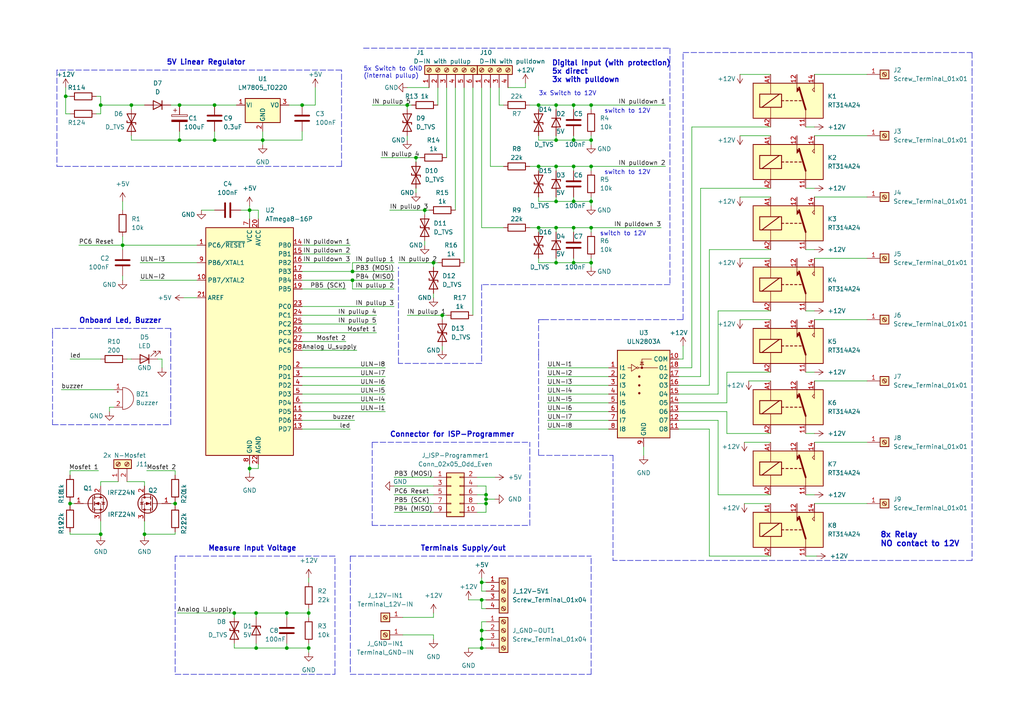
<source format=kicad_sch>
(kicad_sch (version 20211123) (generator eeschema)
  (paper "A4")
  (junction (at 166.37 30.48))
  (junction (at 102.235 78.74))
  (junction (at 166.37 40.64))
  (junction (at 139.7 173.99))
  (junction (at 76.2 40.64))
  (junction (at 139.7 182.88))
  (junction (at 171.45 30.48))
  (junction (at 171.45 58.42))
  (junction (at 161.29 76.2))
  (junction (at 171.45 76.2))
  (junction (at 87.63 30.48))
  (junction (at 118.11 30.48))
  (junction (at 128.27 91.44))
  (junction (at 83.185 187.96))
  (junction (at 41.91 154.94))
  (junction (at 89.535 187.96))
  (junction (at 156.21 48.26))
  (junction (at 166.37 58.42))
  (junction (at 140.97 146.05))
  (junction (at 20.32 146.05))
  (junction (at 74.295 177.8))
  (junction (at 161.29 40.64))
  (junction (at 50.8 146.05))
  (junction (at 29.21 30.48))
  (junction (at 161.29 48.26))
  (junction (at 161.29 30.48))
  (junction (at 120.65 45.72))
  (junction (at 83.185 177.8))
  (junction (at 171.45 66.04))
  (junction (at 19.05 27.94))
  (junction (at 62.23 30.48))
  (junction (at 139.7 185.42))
  (junction (at 67.945 177.8))
  (junction (at 156.21 30.48))
  (junction (at 171.45 48.26))
  (junction (at 156.21 66.04))
  (junction (at 139.7 187.96))
  (junction (at 161.29 58.42))
  (junction (at 74.295 187.96))
  (junction (at 125.73 76.2))
  (junction (at 166.37 66.04))
  (junction (at 52.07 40.64))
  (junction (at 89.535 177.8))
  (junction (at 171.45 40.64))
  (junction (at 161.29 66.04))
  (junction (at 38.1 30.48))
  (junction (at 62.23 40.64))
  (junction (at 140.97 143.51))
  (junction (at 72.39 135.89))
  (junction (at 52.07 30.48))
  (junction (at 139.7 168.91))
  (junction (at 102.235 81.28))
  (junction (at 166.37 48.26))
  (junction (at 166.37 76.2))
  (junction (at 140.97 144.78))
  (junction (at 35.56 71.12))
  (junction (at 123.19 60.96))
  (junction (at 72.39 60.96))
  (junction (at 29.21 154.94))
  (wire (pts (xy 156.21 48.26) (xy 161.29 48.26)))
  (wire (pts (xy 91.44 30.48) (xy 87.63 30.48)))
  (wire (pts (xy 89.535 177.8) (xy 89.535 179.07)))
  (wire (pts (xy 87.63 88.9) (xy 114.3 88.9)))
  (wire (pts (xy 233.68 36.83) (xy 236.22 36.83)))
  (wire (pts (xy 171.45 30.48) (xy 171.45 31.75)))
  (wire (pts (xy 38.1 39.37) (xy 38.1 40.64)))
  (wire (pts (xy 161.29 66.04) (xy 166.37 66.04)))
  (wire (pts (xy 166.37 66.04) (xy 171.45 66.04)))
  (wire (pts (xy 125.73 184.15) (xy 125.73 185.42)))
  (wire (pts (xy 123.19 62.23) (xy 123.19 60.96)))
  (wire (pts (xy 38.1 40.64) (xy 52.07 40.64)))
  (wire (pts (xy 40.64 81.28) (xy 57.15 81.28)))
  (wire (pts (xy 50.8 146.05) (xy 49.53 146.05)))
  (wire (pts (xy 58.42 60.96) (xy 62.23 60.96)))
  (wire (pts (xy 35.56 58.42) (xy 35.56 60.96)))
  (wire (pts (xy 50.8 154.305) (xy 50.8 154.94)))
  (polyline (pts (xy 115.57 105.41) (xy 115.57 77.47)))
  (wire (pts (xy 140.97 187.96) (xy 139.7 187.96)))
  (wire (pts (xy 139.7 171.45) (xy 139.7 168.91)))
  (wire (pts (xy 200.66 106.68) (xy 200.66 36.83)))
  (wire (pts (xy 214.63 74.93) (xy 223.52 74.93)))
  (wire (pts (xy 87.63 96.52) (xy 109.22 96.52)))
  (wire (pts (xy 171.45 48.26) (xy 171.45 49.53)))
  (wire (pts (xy 217.17 110.49) (xy 223.52 110.49)))
  (wire (pts (xy 161.29 58.42) (xy 166.37 58.42)))
  (wire (pts (xy 31.75 118.11) (xy 33.02 118.11)))
  (wire (pts (xy 140.97 140.97) (xy 140.97 143.51)))
  (wire (pts (xy 102.235 81.28) (xy 102.235 83.82)))
  (wire (pts (xy 140.97 144.78) (xy 140.97 143.51)))
  (wire (pts (xy 214.63 39.37) (xy 223.52 39.37)))
  (wire (pts (xy 158.75 114.3) (xy 176.53 114.3)))
  (wire (pts (xy 236.22 110.49) (xy 251.46 110.49)))
  (wire (pts (xy 87.63 83.82) (xy 100.33 83.82)))
  (wire (pts (xy 233.68 90.17) (xy 236.22 90.17)))
  (wire (pts (xy 62.23 40.64) (xy 76.2 40.64)))
  (wire (pts (xy 205.74 161.29) (xy 223.52 161.29)))
  (polyline (pts (xy 156.21 102.87) (xy 156.21 132.08)))
  (wire (pts (xy 45.72 104.14) (xy 46.99 104.14)))
  (wire (pts (xy 203.2 54.61) (xy 223.52 54.61)))
  (wire (pts (xy 166.37 66.04) (xy 166.37 67.31)))
  (wire (pts (xy 161.29 40.64) (xy 166.37 40.64)))
  (wire (pts (xy 35.56 80.01) (xy 35.56 81.28)))
  (polyline (pts (xy 198.12 15.24) (xy 281.94 15.24)))
  (wire (pts (xy 140.97 146.05) (xy 140.97 144.78)))
  (wire (pts (xy 236.22 74.93) (xy 251.46 74.93)))
  (wire (pts (xy 74.295 186.69) (xy 74.295 187.96)))
  (wire (pts (xy 142.24 48.26) (xy 146.05 48.26)))
  (wire (pts (xy 214.63 57.15) (xy 223.52 57.15)))
  (wire (pts (xy 114.3 138.43) (xy 125.73 138.43)))
  (wire (pts (xy 120.65 46.99) (xy 120.65 45.72)))
  (wire (pts (xy 20.32 154.305) (xy 20.32 154.94)))
  (wire (pts (xy 29.21 33.02) (xy 29.21 30.48)))
  (wire (pts (xy 120.65 54.61) (xy 120.65 55.88)))
  (wire (pts (xy 156.21 30.48) (xy 156.21 31.75)))
  (wire (pts (xy 161.29 76.2) (xy 166.37 76.2)))
  (wire (pts (xy 139.7 185.42) (xy 140.97 185.42)))
  (wire (pts (xy 27.94 33.02) (xy 29.21 33.02)))
  (wire (pts (xy 140.97 148.59) (xy 140.97 146.05)))
  (wire (pts (xy 52.07 30.48) (xy 62.23 30.48)))
  (wire (pts (xy 186.69 129.54) (xy 186.69 132.08)))
  (wire (pts (xy 156.21 76.2) (xy 161.29 76.2)))
  (wire (pts (xy 140.97 144.78) (xy 143.51 144.78)))
  (wire (pts (xy 166.37 58.42) (xy 171.45 58.42)))
  (wire (pts (xy 29.21 151.13) (xy 29.21 154.94)))
  (wire (pts (xy 87.63 114.3) (xy 111.76 114.3)))
  (wire (pts (xy 74.93 63.5) (xy 74.93 60.96)))
  (wire (pts (xy 196.85 106.68) (xy 200.66 106.68)))
  (wire (pts (xy 153.67 48.26) (xy 156.21 48.26)))
  (wire (pts (xy 87.63 38.1) (xy 87.63 40.64)))
  (polyline (pts (xy 156.21 92.71) (xy 157.48 92.71)))
  (wire (pts (xy 138.43 146.05) (xy 140.97 146.05)))
  (wire (pts (xy 52.07 38.1) (xy 52.07 40.64)))
  (polyline (pts (xy 281.94 162.56) (xy 177.8 162.56)))
  (polyline (pts (xy 97.155 195.58) (xy 97.155 161.29)))
  (wire (pts (xy 41.91 151.13) (xy 41.91 154.94)))
  (wire (pts (xy 138.43 140.97) (xy 140.97 140.97)))
  (wire (pts (xy 19.05 27.94) (xy 20.32 27.94)))
  (wire (pts (xy 161.29 58.42) (xy 161.29 57.15)))
  (wire (pts (xy 139.7 173.99) (xy 135.89 173.99)))
  (polyline (pts (xy 194.31 13.97) (xy 194.31 16.51)))
  (polyline (pts (xy 16.51 48.26) (xy 72.39 48.26)))
  (wire (pts (xy 166.37 76.2) (xy 166.37 74.93)))
  (wire (pts (xy 76.2 40.64) (xy 87.63 40.64)))
  (wire (pts (xy 102.235 81.28) (xy 114.3 81.28)))
  (wire (pts (xy 51.435 177.8) (xy 67.945 177.8)))
  (wire (pts (xy 53.34 86.36) (xy 57.15 86.36)))
  (wire (pts (xy 87.63 111.76) (xy 111.76 111.76)))
  (wire (pts (xy 67.945 187.96) (xy 74.295 187.96)))
  (polyline (pts (xy 15.24 95.25) (xy 15.24 96.52)))
  (wire (pts (xy 118.11 30.48) (xy 119.38 30.48)))
  (polyline (pts (xy 281.94 15.24) (xy 281.94 20.32)))
  (wire (pts (xy 161.29 66.04) (xy 161.29 67.31)))
  (wire (pts (xy 107.95 30.48) (xy 118.11 30.48)))
  (wire (pts (xy 29.21 140.97) (xy 29.21 139.7)))
  (wire (pts (xy 144.78 25.4) (xy 144.78 30.48)))
  (wire (pts (xy 50.8 154.94) (xy 41.91 154.94)))
  (wire (pts (xy 215.9 128.27) (xy 223.52 128.27)))
  (wire (pts (xy 208.28 143.51) (xy 223.52 143.51)))
  (polyline (pts (xy 15.24 123.19) (xy 49.53 123.19)))
  (wire (pts (xy 156.21 74.93) (xy 156.21 76.2)))
  (wire (pts (xy 87.63 71.12) (xy 101.6 71.12)))
  (wire (pts (xy 166.37 76.2) (xy 171.45 76.2)))
  (wire (pts (xy 158.75 111.76) (xy 176.53 111.76)))
  (wire (pts (xy 102.235 76.2) (xy 102.235 78.74)))
  (wire (pts (xy 205.74 111.76) (xy 205.74 72.39)))
  (wire (pts (xy 158.75 124.46) (xy 176.53 124.46)))
  (wire (pts (xy 138.43 148.59) (xy 140.97 148.59)))
  (wire (pts (xy 171.45 48.26) (xy 193.04 48.26)))
  (wire (pts (xy 87.63 81.28) (xy 102.235 81.28)))
  (wire (pts (xy 139.7 185.42) (xy 139.7 182.88)))
  (wire (pts (xy 125.73 77.47) (xy 125.73 76.2)))
  (wire (pts (xy 67.945 177.8) (xy 74.295 177.8)))
  (wire (pts (xy 125.73 76.2) (xy 127 76.2)))
  (wire (pts (xy 196.85 109.22) (xy 203.2 109.22)))
  (polyline (pts (xy 153.67 152.4) (xy 153.67 128.27)))
  (wire (pts (xy 46.99 104.14) (xy 46.99 106.68)))
  (wire (pts (xy 171.45 66.04) (xy 191.77 66.04)))
  (wire (pts (xy 87.63 76.2) (xy 101.6 76.2)))
  (wire (pts (xy 138.43 138.43) (xy 143.51 138.43)))
  (wire (pts (xy 214.63 21.59) (xy 223.52 21.59)))
  (wire (pts (xy 20.32 104.14) (xy 29.21 104.14)))
  (wire (pts (xy 87.63 78.74) (xy 102.235 78.74)))
  (wire (pts (xy 20.32 145.415) (xy 20.32 146.05)))
  (wire (pts (xy 91.44 25.4) (xy 91.44 30.48)))
  (wire (pts (xy 208.28 90.17) (xy 208.28 114.3)))
  (wire (pts (xy 158.75 109.22) (xy 176.53 109.22)))
  (wire (pts (xy 62.23 38.1) (xy 62.23 40.64)))
  (wire (pts (xy 171.45 30.48) (xy 193.04 30.48)))
  (wire (pts (xy 166.37 40.64) (xy 166.37 39.37)))
  (wire (pts (xy 102.235 78.74) (xy 114.3 78.74)))
  (wire (pts (xy 161.29 30.48) (xy 166.37 30.48)))
  (wire (pts (xy 214.63 92.71) (xy 223.52 92.71)))
  (wire (pts (xy 198.12 100.33) (xy 198.12 104.14)))
  (wire (pts (xy 110.49 45.72) (xy 120.65 45.72)))
  (wire (pts (xy 139.7 180.34) (xy 139.7 182.88)))
  (polyline (pts (xy 107.95 152.4) (xy 153.67 152.4)))
  (polyline (pts (xy 105.41 13.97) (xy 194.31 13.97)))
  (wire (pts (xy 236.22 128.27) (xy 251.46 128.27)))
  (wire (pts (xy 72.39 60.96) (xy 72.39 63.5)))
  (wire (pts (xy 233.68 125.73) (xy 236.22 125.73)))
  (polyline (pts (xy 107.95 128.27) (xy 107.95 152.4)))
  (wire (pts (xy 29.21 154.94) (xy 29.21 155.575)))
  (wire (pts (xy 138.43 143.51) (xy 140.97 143.51)))
  (wire (pts (xy 139.7 168.91) (xy 140.97 168.91)))
  (wire (pts (xy 35.56 71.12) (xy 57.15 71.12)))
  (wire (pts (xy 158.75 106.68) (xy 176.53 106.68)))
  (polyline (pts (xy 101.6 161.29) (xy 171.45 161.29)))
  (wire (pts (xy 114.3 140.97) (xy 125.73 140.97)))
  (wire (pts (xy 67.945 186.69) (xy 67.945 187.96)))
  (wire (pts (xy 89.535 187.96) (xy 89.535 189.23)))
  (wire (pts (xy 236.22 57.15) (xy 251.46 57.15)))
  (wire (pts (xy 42.545 136.525) (xy 50.8 136.525)))
  (wire (pts (xy 152.4 25.4) (xy 147.32 25.4)))
  (wire (pts (xy 166.37 40.64) (xy 171.45 40.64)))
  (polyline (pts (xy 157.48 92.71) (xy 198.12 92.71)))
  (polyline (pts (xy 194.31 82.55) (xy 139.7 82.55)))
  (wire (pts (xy 153.67 30.48) (xy 156.21 30.48)))
  (wire (pts (xy 135.89 187.96) (xy 139.7 187.96)))
  (polyline (pts (xy 99.06 20.32) (xy 16.51 20.32)))
  (wire (pts (xy 89.535 186.69) (xy 89.535 187.96)))
  (wire (pts (xy 50.8 136.525) (xy 50.8 137.795)))
  (polyline (pts (xy 139.7 82.55) (xy 139.7 105.41)))
  (wire (pts (xy 74.93 134.62) (xy 74.93 135.89)))
  (polyline (pts (xy 101.6 161.29) (xy 101.6 195.58)))
  (wire (pts (xy 50.8 146.05) (xy 50.8 146.685)))
  (polyline (pts (xy 156.21 132.08) (xy 177.8 132.08)))
  (wire (pts (xy 139.7 173.99) (xy 140.97 173.99)))
  (wire (pts (xy 156.21 30.48) (xy 161.29 30.48)))
  (wire (pts (xy 196.85 124.46) (xy 205.74 124.46)))
  (wire (pts (xy 115.57 76.2) (xy 125.73 76.2)))
  (polyline (pts (xy 50.8 161.29) (xy 50.8 195.58)))
  (wire (pts (xy 87.63 93.98) (xy 109.22 93.98)))
  (wire (pts (xy 89.535 167.64) (xy 89.535 168.91)))
  (wire (pts (xy 83.185 187.96) (xy 89.535 187.96)))
  (polyline (pts (xy 89.535 195.58) (xy 97.155 195.58)))
  (wire (pts (xy 87.63 73.66) (xy 101.6 73.66)))
  (wire (pts (xy 49.53 30.48) (xy 52.07 30.48)))
  (wire (pts (xy 171.45 41.91) (xy 171.45 40.64)))
  (polyline (pts (xy 15.24 96.52) (xy 15.24 123.19)))
  (wire (pts (xy 20.32 154.94) (xy 29.21 154.94)))
  (wire (pts (xy 196.85 114.3) (xy 208.28 114.3)))
  (wire (pts (xy 233.68 107.95) (xy 236.22 107.95)))
  (wire (pts (xy 171.45 77.47) (xy 171.45 76.2)))
  (wire (pts (xy 123.19 69.85) (xy 123.19 71.12)))
  (polyline (pts (xy 171.45 195.58) (xy 171.45 161.29)))
  (wire (pts (xy 156.21 40.64) (xy 161.29 40.64)))
  (wire (pts (xy 35.56 68.58) (xy 35.56 71.12)))
  (wire (pts (xy 161.29 48.26) (xy 161.29 49.53)))
  (wire (pts (xy 67.945 177.8) (xy 67.945 179.07)))
  (wire (pts (xy 69.85 60.96) (xy 72.39 60.96)))
  (wire (pts (xy 62.23 30.48) (xy 68.58 30.48)))
  (wire (pts (xy 87.63 121.92) (xy 102.87 121.92)))
  (wire (pts (xy 40.64 76.2) (xy 57.15 76.2)))
  (wire (pts (xy 200.66 36.83) (xy 223.52 36.83)))
  (wire (pts (xy 210.82 125.73) (xy 223.52 125.73)))
  (wire (pts (xy 210.82 116.84) (xy 210.82 107.95)))
  (wire (pts (xy 196.85 121.92) (xy 208.28 121.92)))
  (wire (pts (xy 139.7 25.4) (xy 139.7 66.04)))
  (wire (pts (xy 166.37 48.26) (xy 166.37 49.53)))
  (wire (pts (xy 134.62 25.4) (xy 134.62 76.2)))
  (wire (pts (xy 161.29 30.48) (xy 161.29 31.75)))
  (wire (pts (xy 156.21 57.15) (xy 156.21 58.42)))
  (wire (pts (xy 87.63 91.44) (xy 109.22 91.44)))
  (wire (pts (xy 41.91 140.97) (xy 41.91 139.7)))
  (wire (pts (xy 118.11 39.37) (xy 118.11 40.64)))
  (wire (pts (xy 171.45 58.42) (xy 171.45 57.15)))
  (wire (pts (xy 128.27 91.44) (xy 129.54 91.44)))
  (wire (pts (xy 139.7 187.96) (xy 139.7 185.42)))
  (wire (pts (xy 19.05 27.94) (xy 19.05 33.02)))
  (wire (pts (xy 17.78 113.03) (xy 33.02 113.03)))
  (wire (pts (xy 87.63 109.22) (xy 111.76 109.22)))
  (wire (pts (xy 142.24 25.4) (xy 142.24 48.26)))
  (polyline (pts (xy 50.8 195.58) (xy 89.535 195.58)))
  (wire (pts (xy 72.39 59.69) (xy 72.39 60.96)))
  (wire (pts (xy 74.93 60.96) (xy 72.39 60.96)))
  (wire (pts (xy 171.45 59.69) (xy 171.45 58.42)))
  (wire (pts (xy 20.32 33.02) (xy 19.05 33.02)))
  (polyline (pts (xy 101.6 195.58) (xy 171.45 195.58)))
  (wire (pts (xy 113.03 60.96) (xy 123.19 60.96)))
  (wire (pts (xy 137.16 25.4) (xy 137.16 91.44)))
  (wire (pts (xy 19.05 25.4) (xy 19.05 27.94)))
  (wire (pts (xy 166.37 30.48) (xy 171.45 30.48)))
  (wire (pts (xy 102.235 83.82) (xy 114.3 83.82)))
  (polyline (pts (xy 72.39 48.26) (xy 99.06 48.26)))
  (wire (pts (xy 129.54 25.4) (xy 129.54 45.72)))
  (wire (pts (xy 74.295 187.96) (xy 83.185 187.96)))
  (wire (pts (xy 171.45 66.04) (xy 171.45 67.31)))
  (wire (pts (xy 139.7 66.04) (xy 146.05 66.04)))
  (wire (pts (xy 20.32 146.05) (xy 20.32 146.685)))
  (wire (pts (xy 83.82 30.48) (xy 87.63 30.48)))
  (wire (pts (xy 20.32 136.525) (xy 20.32 137.795)))
  (wire (pts (xy 205.74 72.39) (xy 223.52 72.39)))
  (wire (pts (xy 208.28 90.17) (xy 223.52 90.17)))
  (polyline (pts (xy 156.21 102.87) (xy 156.21 92.71)))
  (wire (pts (xy 156.21 40.64) (xy 156.21 39.37)))
  (wire (pts (xy 76.2 38.1) (xy 76.2 40.64)))
  (wire (pts (xy 171.45 40.64) (xy 171.45 39.37)))
  (wire (pts (xy 144.78 30.48) (xy 146.05 30.48)))
  (wire (pts (xy 123.19 60.96) (xy 124.46 60.96)))
  (wire (pts (xy 76.2 40.64) (xy 76.2 41.91)))
  (wire (pts (xy 152.4 24.13) (xy 152.4 25.4)))
  (wire (pts (xy 128.27 100.33) (xy 128.27 101.6)))
  (wire (pts (xy 38.1 30.48) (xy 41.91 30.48)))
  (wire (pts (xy 156.21 48.26) (xy 156.21 49.53)))
  (wire (pts (xy 132.08 25.4) (xy 132.08 60.96)))
  (wire (pts (xy 236.22 146.05) (xy 251.46 146.05)))
  (wire (pts (xy 139.7 167.64) (xy 139.7 168.91)))
  (polyline (pts (xy 139.7 105.41) (xy 115.57 105.41)))
  (wire (pts (xy 114.3 146.05) (xy 125.73 146.05)))
  (wire (pts (xy 74.295 177.8) (xy 83.185 177.8)))
  (wire (pts (xy 87.63 101.6) (xy 103.505 101.6)))
  (wire (pts (xy 41.91 139.7) (xy 36.83 139.7)))
  (wire (pts (xy 140.97 171.45) (xy 139.7 171.45)))
  (wire (pts (xy 83.185 177.8) (xy 89.535 177.8)))
  (wire (pts (xy 72.39 134.62) (xy 72.39 135.89)))
  (wire (pts (xy 20.32 146.05) (xy 21.59 146.05)))
  (wire (pts (xy 52.07 40.64) (xy 62.23 40.64)))
  (wire (pts (xy 233.68 161.29) (xy 236.855 161.29)))
  (wire (pts (xy 236.22 21.59) (xy 251.46 21.59)))
  (wire (pts (xy 72.39 135.89) (xy 72.39 137.16)))
  (wire (pts (xy 210.82 119.38) (xy 210.82 125.73)))
  (wire (pts (xy 118.11 91.44) (xy 128.27 91.44)))
  (wire (pts (xy 83.185 177.8) (xy 83.185 179.07)))
  (wire (pts (xy 208.28 121.92) (xy 208.28 143.51)))
  (wire (pts (xy 233.68 54.61) (xy 236.22 54.61)))
  (wire (pts (xy 161.29 76.2) (xy 161.29 74.93)))
  (wire (pts (xy 27.94 27.94) (xy 29.21 27.94)))
  (wire (pts (xy 161.29 40.64) (xy 161.29 39.37)))
  (wire (pts (xy 87.63 106.68) (xy 111.76 106.68)))
  (wire (pts (xy 233.68 143.51) (xy 236.22 143.51)))
  (wire (pts (xy 236.22 92.71) (xy 251.46 92.71)))
  (wire (pts (xy 196.85 116.84) (xy 210.82 116.84)))
  (polyline (pts (xy 198.12 92.71) (xy 198.12 15.24)))
  (wire (pts (xy 128.27 92.71) (xy 128.27 91.44)))
  (wire (pts (xy 233.68 72.39) (xy 236.22 72.39)))
  (wire (pts (xy 171.45 76.2) (xy 171.45 74.93)))
  (wire (pts (xy 140.97 180.34) (xy 139.7 180.34)))
  (wire (pts (xy 198.12 104.14) (xy 196.85 104.14)))
  (wire (pts (xy 196.85 111.76) (xy 205.74 111.76)))
  (wire (pts (xy 118.11 31.75) (xy 118.11 30.48)))
  (wire (pts (xy 156.21 66.04) (xy 161.29 66.04)))
  (wire (pts (xy 29.21 30.48) (xy 38.1 30.48)))
  (wire (pts (xy 166.37 48.26) (xy 171.45 48.26)))
  (wire (pts (xy 125.73 85.09) (xy 125.73 86.36)))
  (wire (pts (xy 28.575 136.525) (xy 20.32 136.525)))
  (wire (pts (xy 125.73 179.07) (xy 125.73 177.8)))
  (wire (pts (xy 22.86 71.12) (xy 35.56 71.12)))
  (wire (pts (xy 31.75 119.38) (xy 31.75 118.11)))
  (polyline (pts (xy 107.95 128.27) (xy 153.67 128.27)))
  (wire (pts (xy 74.295 177.8) (xy 74.295 179.07)))
  (wire (pts (xy 161.29 48.26) (xy 166.37 48.26)))
  (polyline (pts (xy 99.06 48.26) (xy 99.06 20.32)))
  (wire (pts (xy 140.97 176.53) (xy 139.7 176.53)))
  (wire (pts (xy 153.67 66.04) (xy 156.21 66.04)))
  (wire (pts (xy 35.56 71.12) (xy 35.56 72.39)))
  (wire (pts (xy 38.1 30.48) (xy 38.1 31.75)))
  (wire (pts (xy 158.75 116.84) (xy 176.53 116.84)))
  (wire (pts (xy 50.8 145.415) (xy 50.8 146.05)))
  (wire (pts (xy 158.75 119.38) (xy 176.53 119.38)))
  (wire (pts (xy 83.185 186.69) (xy 83.185 187.96)))
  (wire (pts (xy 203.2 109.22) (xy 203.2 54.61)))
  (wire (pts (xy 114.3 148.59) (xy 125.73 148.59)))
  (wire (pts (xy 87.63 99.06) (xy 100.33 99.06)))
  (polyline (pts (xy 177.8 132.08) (xy 177.8 162.56)))
  (wire (pts (xy 127 25.4) (xy 127 30.48)))
  (polyline (pts (xy 16.51 20.32) (xy 16.51 48.26)))
  (wire (pts (xy 87.63 119.38) (xy 111.76 119.38)))
  (wire (pts (xy 87.63 124.46) (xy 101.6 124.46)))
  (wire (pts (xy 116.84 179.07) (xy 125.73 179.07)))
  (wire (pts (xy 205.74 124.46) (xy 205.74 161.29)))
  (wire (pts (xy 156.21 66.04) (xy 156.21 67.31)))
  (polyline (pts (xy 97.155 161.29) (xy 50.8 161.29)))
  (wire (pts (xy 236.22 39.37) (xy 251.46 39.37)))
  (wire (pts (xy 116.84 184.15) (xy 125.73 184.15)))
  (wire (pts (xy 139.7 176.53) (xy 139.7 173.99)))
  (wire (pts (xy 120.65 45.72) (xy 121.92 45.72)))
  (wire (pts (xy 156.21 58.42) (xy 161.29 58.42)))
  (wire (pts (xy 166.37 58.42) (xy 166.37 57.15)))
  (polyline (pts (xy 49.53 95.25) (xy 15.24 95.25)))
  (wire (pts (xy 114.3 76.2) (xy 102.235 76.2)))
  (wire (pts (xy 215.9 146.05) (xy 223.52 146.05)))
  (wire (pts (xy 118.11 25.4) (xy 124.46 25.4)))
  (wire (pts (xy 87.63 116.84) (xy 111.76 116.84)))
  (wire (pts (xy 41.91 154.94) (xy 41.91 155.575)))
  (wire (pts (xy 114.3 143.51) (xy 125.73 143.51)))
  (wire (pts (xy 36.83 104.14) (xy 38.1 104.14)))
  (wire (pts (xy 29.21 139.7) (xy 34.29 139.7)))
  (wire (pts (xy 196.85 119.38) (xy 210.82 119.38)))
  (polyline (pts (xy 281.94 20.32) (xy 281.94 162.56)))
  (wire (pts (xy 89.535 176.53) (xy 89.535 177.8)))
  (wire (pts (xy 210.82 107.95) (xy 223.52 107.95)))
  (polyline (pts (xy 49.53 123.19) (xy 49.53 95.25)))
  (wire (pts (xy 139.7 182.88) (xy 140.97 182.88)))
  (wire (pts (xy 166.37 30.48) (xy 166.37 31.75)))
  (wire (pts (xy 74.93 135.89) (xy 72.39 135.89)))
  (wire (pts (xy 29.21 27.94) (xy 29.21 30.48)))
  (wire (pts (xy 158.75 121.92) (xy 176.53 121.92)))
  (polyline (pts (xy 194.31 16.51) (xy 194.31 82.55)))
  (text "switch to 12V" (at 175.26 50.8 0) (effects (font (size 1.27 1.27)) (justify left bottom)))
  (text "Measure Input Voltage" (at 60.325 160.02 0) (effects (font (size 1.5 1.5) bold) (justify left bottom)))
  (text "switch to 12V" (at 175.26 33.02 0) (effects (font (size 1.27 1.27)) (justify left bottom)))
  (text "5x Switch to GND\n(internal pullup)\n" (at 105.41 22.86 0) (effects (font (size 1.27 1.27)) (justify left bottom)))
  (text "Onboard Led, Buzzer" (at 22.86 93.98 0) (effects (font (size 1.5 1.5) (thickness 0.3) bold) (justify left bottom)))
  (text "Terminals Supply/out" (at 121.92 160.02 0) (effects (font (size 1.5 1.5) (thickness 0.3) bold) (justify left bottom)))
  (text "Digital Input (with protection)\n5x direct\n3x with pulldown" (at 160.02 24.13 0) (effects (font (size 1.5 1.5) bold) (justify left bottom)))
  (text "switch to 12V" (at 173.99 68.58 0) (effects (font (size 1.27 1.27)) (justify left bottom)))
  (text "8x Relay\nNO contact to 12V" (at 255.27 158.75 0) (effects (font (size 1.6 1.6) bold) (justify left bottom)))
  (text "5V Linear Regulator" (at 48.26 19.05 0) (effects (font (size 1.5 1.5) bold) (justify left bottom)))
  (text "3x Switch to 12V" (at 156.21 27.94 0) (effects (font (size 1.27 1.27)) (justify left bottom)))
  (text "Connector for ISP-Programmer" (at 113.03 127 0) (effects (font (size 1.5 1.5) (thickness 0.3) bold) (justify left bottom)))
  (label "ULN-I7" (at 158.75 121.92 0))
  (label "PB3 (MOSI)" (at 114.3 78.74 180))
  (label "PC6 Reset" (at 22.86 71.12 0))
  (label "Mosfet 1" (at 28.575 136.525 180))
  (label "IN pullup 2" (at 114.3 83.82 180))
  (label "Mosfet 1" (at 109.22 96.52 180))
  (label "PB4 (MISO)" (at 114.3 148.59 0))
  (label "ULN-I6" (at 158.75 119.38 0))
  (label "IN pullup 5" (at 109.22 93.98 180))
  (label "IN pullup 4" (at 110.49 45.72 0))
  (label "ULN-I6" (at 111.76 111.76 180))
  (label "PB4 (MISO)" (at 114.3 81.28 180))
  (label "PB5 (SCK)" (at 114.3 146.05 0))
  (label "IN pulldown 3" (at 191.77 66.04 180))
  (label "IN pullup 1" (at 114.3 76.2 180))
  (label "ULN-I7" (at 111.76 109.22 180))
  (label "led" (at 20.32 104.14 0))
  (label "ULN-I5" (at 158.75 116.84 0))
  (label "IN pullup 3" (at 114.3 88.9 180))
  (label "ULN-I1" (at 111.76 119.38 180))
  (label "Analog U_supply" (at 103.505 101.6 180))
  (label "IN pulldown 2" (at 193.04 48.26 180))
  (label "ULN-I1" (at 158.75 106.68 0))
  (label "led" (at 101.6 124.46 180))
  (label "ULN-I2" (at 40.64 81.28 0))
  (label "IN pulldown 1" (at 193.04 30.48 180))
  (label "IN pullup 1" (at 118.11 91.44 0))
  (label "Mosfet 2" (at 42.545 136.525 0))
  (label "PC6 Reset" (at 114.3 143.51 0))
  (label "Analog U_supply" (at 51.435 177.8 0))
  (label "IN pullup 3" (at 113.03 60.96 0))
  (label "IN pullup 5" (at 107.95 30.48 0))
  (label "ULN-I3" (at 40.64 76.2 0))
  (label "PB5 (SCK)" (at 100.33 83.82 180))
  (label "IN pullup 4" (at 109.22 91.44 180))
  (label "buzzer" (at 17.78 113.03 0))
  (label "Mosfet 2" (at 100.33 99.06 180))
  (label "buzzer" (at 102.87 121.92 180))
  (label "ULN-I8" (at 111.76 106.68 180))
  (label "PB3 (MOSI)" (at 114.3 138.43 0))
  (label "IN pulldown 1" (at 101.6 71.12 180))
  (label "ULN-I5" (at 111.76 114.3 180))
  (label "ULN-I3" (at 158.75 111.76 0))
  (label "ULN-I2" (at 158.75 109.22 0))
  (label "IN pulldown 3" (at 101.6 76.2 180))
  (label "IN pullup 2" (at 115.57 76.2 0))
  (label "ULN-I4" (at 111.76 116.84 180))
  (label "ULN-I8" (at 158.75 124.46 0))
  (label "IN pulldown 2" (at 101.6 73.66 180))
  (label "ULN-I4" (at 158.75 114.3 0))
  (symbol (lib_id "power:GND") (at 118.11 25.4 270) (unit 1)
    (property "Reference" "#PWR0147" (effects hide))
    (property "Value" "GND" (at 115.57 25.4 90) (effects (justify right)))
  )
  (symbol (lib_id "Device:D_TVS") (at 38.1 35.56 270) (unit 1)
    (property "Reference" "D6" (at 33.02 33.02 90) (effects (justify left)))
    (property "Value" "D_TVS" (at 30.48 36.83 90) (effects (justify left)))
    (property "Footprint" "custom_footprints:my_D10_11" (effects hide))
  )
  (symbol (lib_id "power:GND") (at 31.75 119.38 0) (unit 1)
    (property "Reference" "#PWR0132" (effects hide))
    (property "Value" "GND" (at 27.94 120.65 0))
  )
  (symbol (lib_id "Connector:Screw_Terminal_01x01") (at 256.54 57.15 0) (unit 1)
    (property "Reference" "J4" (at 259.08 55.8799 0) (effects (justify left)))
    (property "Value" "Screw_Terminal_01x01" (at 259.08 58.4199 0) (effects (justify left)))
    (property "Footprint" "custom_footprints:my_KlemmeWago2604-single" (effects hide))
  )
  (symbol (lib_id "Device:R") (at 35.56 64.77 0) (mirror y) (unit 1)
    (property "Reference" "R1" (at 38.1 63.4999 0) (effects (justify right)))
    (property "Value" "10k" (at 38.1 66.0399 0) (effects (justify right)))
    (property "Footprint" "custom_footprints:my_R15-long" (effects hide))
  )
  (symbol (lib_id "power:+5V") (at 143.51 138.43 270) (unit 1)
    (property "Reference" "#PWR0122" (effects hide))
    (property "Value" "+5V" (at 147.32 138.4299 90) (effects (justify left)))
  )
  (symbol (lib_id "Transistor_FET:IRF540N") (at 44.45 146.05 0) (mirror y) (unit 1)
    (property "Reference" "Q2" (at 45.72 142.24 0) (effects (justify left)))
    (property "Value" "IRFZ24N" (at 39.37 149.225 0) (effects (justify left)))
    (property "Footprint" "Package_TO_SOT_THT:TO-220-3_Vertical" (effects hide))
    (property "Datasheet" "http://www.irf.com/product-info/datasheets/data/irf540n.pdf" (effects hide))
  )
  (symbol (lib_id "Device:D_Zener") (at 161.29 35.56 270) (unit 1)
    (property "Reference" "D2" (at 161.29 33.02 90) (effects (justify left)))
    (property "Value" "5V" (at 161.29 38.1 90) (effects (justify left)))
    (property "Footprint" "custom_footprints:my_D10_11" (effects hide))
  )
  (symbol (lib_id "power:+12V") (at 214.63 74.93 0) (mirror x) (unit 1)
    (property "Reference" "#PWR0108" (effects hide))
    (property "Value" "+12V" (at 213.36 76.2 0) (effects (justify right)))
  )
  (symbol (lib_id "power:GND") (at 128.27 101.6 0) (mirror y) (unit 1)
    (property "Reference" "#PWR0145" (effects hide))
    (property "Value" "GND" (at 125.73 101.6 0))
  )
  (symbol (lib_id "power:+12V") (at 152.4 24.13 0) (unit 1)
    (property "Reference" "#PWR0148" (effects hide))
    (property "Value" "+12V" (at 152.4 20.32 0))
  )
  (symbol (lib_id "Connector:Screw_Terminal_01x01") (at 256.54 128.27 0) (unit 1)
    (property "Reference" "J8" (at 259.08 126.9999 0) (effects (justify left)))
    (property "Value" "Screw_Terminal_01x01" (at 259.08 129.5399 0) (effects (justify left)))
    (property "Footprint" "custom_footprints:my_KlemmeWago2604-single" (effects hide))
  )
  (symbol (lib_id "Connector:Screw_Terminal_01x04") (at 146.05 182.88 0) (unit 1)
    (property "Reference" "J_GND-OUT1" (at 148.59 182.8799 0) (effects (justify left)))
    (property "Value" "Screw_Terminal_01x04" (at 148.59 185.4199 0) (effects (justify left)))
    (property "Footprint" "TerminalBlock_WAGO:TerminalBlock_WAGO_236-404_1x04_P5.00mm_45Degree" (effects hide))
  )
  (symbol (lib_id "Device:LED") (at 41.91 104.14 180) (unit 1)
    (property "Reference" "D5" (at 41.91 97.79 0))
    (property "Value" "LED" (at 41.91 100.33 0))
    (property "Footprint" "LED_THT:LED_D3.0mm" (effects hide))
  )
  (symbol (lib_id "Device:R") (at 149.86 66.04 90) (unit 1)
    (property "Reference" "R9" (at 149.86 60.96 90))
    (property "Value" "22k" (at 149.86 63.5 90))
    (property "Footprint" "custom_footprints:my_R10" (effects hide))
  )
  (symbol (lib_id "Device:D_TVS") (at 123.19 66.04 90) (unit 1)
    (property "Reference" "D11" (at 125.73 64.7699 90) (effects (justify right)))
    (property "Value" "D_TVS" (at 125.73 67.3099 90) (effects (justify right)))
    (property "Footprint" "custom_footprints:my_D10_11" (effects hide))
  )
  (symbol (lib_id "power:GND") (at 171.45 77.47 0) (mirror y) (unit 1)
    (property "Reference" "#PWR0115" (effects hide))
    (property "Value" "GND" (at 175.26 78.74 0))
  )
  (symbol (lib_id "Device:R") (at 149.86 48.26 90) (unit 1)
    (property "Reference" "R8" (at 149.86 43.18 90))
    (property "Value" "22k" (at 149.86 45.72 90))
    (property "Footprint" "custom_footprints:my_R10" (effects hide))
  )
  (symbol (lib_id "power:+12V") (at 236.22 54.61 270) (unit 1)
    (property "Reference" "#PWR0118" (effects hide))
    (property "Value" "+12V" (at 240.03 54.6099 90) (effects (justify left)))
  )
  (symbol (lib_id "power:GND") (at 123.19 71.12 0) (mirror y) (unit 1)
    (property "Reference" "#PWR0128" (effects hide))
    (property "Value" "GND" (at 120.65 71.12 0))
  )
  (symbol (lib_id "Transistor_FET:IRF540N") (at 26.67 146.05 0) (unit 1)
    (property "Reference" "Q1" (at 24.13 141.605 0) (effects (justify left)))
    (property "Value" "IRFZ24N" (at 31.115 142.875 0) (effects (justify left)))
    (property "Footprint" "Package_TO_SOT_THT:TO-220-3_Vertical" (effects hide))
    (property "Datasheet" "http://www.irf.com/product-info/datasheets/data/irf540n.pdf" (effects hide))
  )
  (symbol (lib_id "Relay:RT314A24") (at 228.6 46.99 0) (unit 1)
    (property "Reference" "K2" (at 240.03 45.7199 0) (effects (justify left)))
    (property "Value" "RT314A24" (at 240.03 48.2599 0) (effects (justify left)))
    (property "Footprint" "Relay_THT:Relay_SPDT_Schrack-RT1-16A-FormC_RM5mm" (effects hide))
    (property "Datasheet" "https://www.te.com/commerce/DocumentDelivery/DDEController?Action=srchrtrv&DocNm=RT1_bistable&DocType=DS&DocLang=English" (effects hide))
  )
  (symbol (lib_id "Device:R") (at 33.02 104.14 90) (unit 1)
    (property "Reference" "R10" (at 33.02 99.06 90))
    (property "Value" "200" (at 33.02 101.6 90))
    (property "Footprint" "custom_footprints:my_R10" (effects hide))
  )
  (symbol (lib_id "power:+12V") (at 236.22 143.51 270) (unit 1)
    (property "Reference" "#PWR0103" (effects hide))
    (property "Value" "+12V" (at 240.03 143.5099 90) (effects (justify left)))
  )
  (symbol (lib_id "power:GND") (at 58.42 60.96 0) (unit 1)
    (property "Reference" "#PWR0127" (effects hide))
    (property "Value" "GND" (at 54.61 62.23 0))
  )
  (symbol (lib_id "Device:Buzzer") (at 35.56 115.57 0) (unit 1)
    (property "Reference" "BZ1" (at 39.37 114.2999 0) (effects (justify left)))
    (property "Value" "Buzzer" (at 39.37 116.8399 0) (effects (justify left)))
    (property "Footprint" "Buzzer_Beeper:Buzzer_12x9.5RM7.6" (effects hide))
  )
  (symbol (lib_id "Relay:RT314A24") (at 228.6 29.21 0) (unit 1)
    (property "Reference" "K1" (at 240.03 27.9399 0) (effects (justify left)))
    (property "Value" "RT314A24" (at 240.03 30.4799 0) (effects (justify left)))
    (property "Footprint" "Relay_THT:Relay_SPDT_Schrack-RT1-16A-FormC_RM5mm" (effects hide))
    (property "Datasheet" "https://www.te.com/commerce/DocumentDelivery/DDEController?Action=srchrtrv&DocNm=RT1_bistable&DocType=DS&DocLang=English" (effects hide))
  )
  (symbol (lib_id "power:GND") (at 135.89 187.96 0) (unit 1)
    (property "Reference" "#PWR0140" (effects hide))
    (property "Value" "GND" (at 135.89 193.04 0))
  )
  (symbol (lib_id "Relay:RT314A24") (at 228.6 153.67 0) (unit 1)
    (property "Reference" "K8" (at 240.03 152.3999 0) (effects (justify left)))
    (property "Value" "RT314A24" (at 240.03 154.9399 0) (effects (justify left)))
    (property "Footprint" "Relay_THT:Relay_SPDT_Schrack-RT1-16A-FormC_RM5mm" (effects hide))
    (property "Datasheet" "https://www.te.com/commerce/DocumentDelivery/DDEController?Action=srchrtrv&DocNm=RT1_bistable&DocType=DS&DocLang=English" (effects hide))
  )
  (symbol (lib_id "power:+12V") (at 135.89 173.99 0) (unit 1)
    (property "Reference" "#PWR0143" (effects hide))
    (property "Value" "+12V" (at 135.89 170.18 0))
  )
  (symbol (lib_id "Device:D_Zener") (at 161.29 53.34 270) (unit 1)
    (property "Reference" "D3" (at 161.29 50.8 90) (effects (justify left)))
    (property "Value" "5V" (at 161.29 55.88 90) (effects (justify left)))
    (property "Footprint" "custom_footprints:my_D10_11" (effects hide))
  )
  (symbol (lib_id "power:+5V") (at 72.39 59.69 0) (unit 1)
    (property "Reference" "#PWR0133" (effects hide))
    (property "Value" "+5V" (at 72.39 54.61 0))
  )
  (symbol (lib_id "Device:R") (at 50.8 150.495 0) (mirror y) (unit 1)
    (property "Reference" "R21" (at 53.34 153.035 90))
    (property "Value" "22k" (at 53.34 150.495 90))
    (property "Footprint" "custom_footprints:my_R10" (effects hide))
  )
  (symbol (lib_id "Device:D_Zener") (at 161.29 71.12 270) (unit 1)
    (property "Reference" "D4" (at 161.29 68.58 90) (effects (justify left)))
    (property "Value" "5V" (at 161.29 73.66 90) (effects (justify left)))
    (property "Footprint" "custom_footprints:my_D10_11" (effects hide))
  )
  (symbol (lib_id "power:GND") (at 171.45 41.91 0) (mirror y) (unit 1)
    (property "Reference" "#PWR0116" (effects hide))
    (property "Value" "GND" (at 175.26 43.18 0))
  )
  (symbol (lib_id "Connector:Screw_Terminal_01x01") (at 111.76 179.07 180) (unit 1)
    (property "Reference" "J_12V-IN1" (at 111.76 172.72 0))
    (property "Value" "Terminal_12V-IN" (at 111.76 175.26 0))
    (property "Footprint" "custom_footprints:my_KlemmeWago2604-single" (effects hide))
  )
  (symbol (lib_id "Connector:Screw_Terminal_01x01") (at 256.54 74.93 0) (unit 1)
    (property "Reference" "J5" (at 259.08 73.6599 0) (effects (justify left)))
    (property "Value" "Screw_Terminal_01x01" (at 259.08 76.1999 0) (effects (justify left)))
    (property "Footprint" "custom_footprints:my_KlemmeWago2604-single" (effects hide))
  )
  (symbol (lib_id "power:GND") (at 35.56 81.28 0) (unit 1)
    (property "Reference" "#PWR0138" (effects hide))
    (property "Value" "GND" (at 31.75 82.55 0))
  )
  (symbol (lib_id "Relay:RT314A24") (at 228.6 135.89 0) (unit 1)
    (property "Reference" "K7" (at 240.03 134.6199 0) (effects (justify left)))
    (property "Value" "RT314A24" (at 240.03 137.1599 0) (effects (justify left)))
    (property "Footprint" "Relay_THT:Relay_SPDT_Schrack-RT1-16A-FormC_RM5mm" (effects hide))
    (property "Datasheet" "https://www.te.com/commerce/DocumentDelivery/DDEController?Action=srchrtrv&DocNm=RT1_bistable&DocType=DS&DocLang=English" (effects hide))
  )
  (symbol (lib_id "power:+12V") (at 236.22 90.17 270) (unit 1)
    (property "Reference" "#PWR0120" (effects hide))
    (property "Value" "+12V" (at 240.03 90.1699 90) (effects (justify left)))
  )
  (symbol (lib_id "Connector:Screw_Terminal_01x01") (at 111.76 184.15 180) (unit 1)
    (property "Reference" "J_GND-IN1" (at 111.76 186.69 0))
    (property "Value" "Terminal_GND-IN" (at 111.76 189.23 0))
    (property "Footprint" "custom_footprints:my_KlemmeWago2604-single" (effects hide))
  )
  (symbol (lib_id "Device:R") (at 24.13 33.02 270) (unit 1)
    (property "Reference" "R12" (at 21.59 35.56 90))
    (property "Value" "4" (at 24.13 35.56 90))
    (property "Footprint" "custom_footprints:my_R10" (effects hide))
  )
  (symbol (lib_id "Device:D_TVS") (at 67.945 182.88 270) (unit 1)
    (property "Reference" "D8" (at 62.865 180.34 90) (effects (justify left)))
    (property "Value" "D_TVS" (at 60.325 184.15 90) (effects (justify left)))
    (property "Footprint" "custom_footprints:my_D10_11" (effects hide))
  )
  (symbol (lib_id "power:+12V") (at 215.9 128.27 0) (mirror x) (unit 1)
    (property "Reference" "#PWR0104" (effects hide))
    (property "Value" "+12V" (at 214.63 129.54 0) (effects (justify right)))
  )
  (symbol (lib_id "power:+12V") (at 214.63 92.71 0) (mirror x) (unit 1)
    (property "Reference" "#PWR0109" (effects hide))
    (property "Value" "+12V" (at 213.36 93.98 0) (effects (justify right)))
  )
  (symbol (lib_id "power:+12V") (at 214.63 57.15 0) (mirror x) (unit 1)
    (property "Reference" "#PWR0111" (effects hide))
    (property "Value" "+12V" (at 213.36 58.42 0) (effects (justify right)))
  )
  (symbol (lib_id "power:GND") (at 72.39 137.16 0) (unit 1)
    (property "Reference" "#PWR0121" (effects hide))
    (property "Value" "GND" (at 72.39 142.24 0))
  )
  (symbol (lib_id "power:+12V") (at 217.17 110.49 0) (mirror x) (unit 1)
    (property "Reference" "#PWR0102" (effects hide))
    (property "Value" "+12V" (at 215.9 111.76 0) (effects (justify right)))
  )
  (symbol (lib_id "power:GND") (at 41.91 155.575 0) (mirror y) (unit 1)
    (property "Reference" "#PWR0150" (effects hide))
    (property "Value" "GND" (at 41.91 160.02 0))
  )
  (symbol (lib_id "Device:C") (at 66.04 60.96 90) (unit 1)
    (property "Reference" "C4" (at 66.04 53.34 90))
    (property "Value" "100nF" (at 66.04 55.88 90))
    (property "Footprint" "Capacitor_THT:C_Rect_L7.0mm_W3.5mm_P5.00mm" (effects hide))
  )
  (symbol (lib_id "power:+5V") (at 91.44 25.4 0) (unit 1)
    (property "Reference" "#PWR0130" (effects hide))
    (property "Value" "+5V" (at 91.44 21.59 0))
  )
  (symbol (lib_id "Device:C") (at 87.63 34.29 0) (unit 1)
    (property "Reference" "C3" (at 91.44 33.0199 0) (effects (justify left)))
    (property "Value" "100nF" (at 91.44 35.5599 0) (effects (justify left)))
    (property "Footprint" "Capacitor_THT:C_Rect_L7.0mm_W3.5mm_P5.00mm" (effects hide))
  )
  (symbol (lib_id "power:GND") (at 89.535 189.23 0) (unit 1)
    (property "Reference" "#PWR0135" (effects hide))
    (property "Value" "GND" (at 89.535 194.31 0))
  )
  (symbol (lib_id "power:+12V") (at 215.9 146.05 0) (mirror x) (unit 1)
    (property "Reference" "#PWR0107" (effects hide))
    (property "Value" "+12V" (at 214.63 147.32 0) (effects (justify right)))
  )
  (symbol (lib_id "Device:D_Zener") (at 74.295 182.88 270) (unit 1)
    (property "Reference" "D1" (at 70.485 181.61 90) (effects (justify left)))
    (property "Value" "5V" (at 70.485 184.15 90) (effects (justify left)))
    (property "Footprint" "custom_footprints:my_D10_11" (effects hide))
  )
  (symbol (lib_id "power:+12V") (at 89.535 167.64 0) (unit 1)
    (property "Reference" "#PWR0134" (effects hide))
    (property "Value" "+12V" (at 89.535 162.56 0))
  )
  (symbol (lib_id "power:+12V") (at 198.12 100.33 0) (unit 1)
    (property "Reference" "#PWR0113" (effects hide))
    (property "Value" "+12V" (at 196.85 96.52 0))
  )
  (symbol (lib_id "MCU_Microchip_ATmega:ATmega8-16P") (at 72.39 99.06 0) (unit 1)
    (property "Reference" "U2" (at 76.9494 60.96 0) (effects (justify left)))
    (property "Value" "ATmega8-16P" (at 76.9494 63.5 0) (effects (justify left)))
    (property "Footprint" "Package_DIP:DIP-28_W7.62mm" (effects hide))
    (property "Datasheet" "http://ww1.microchip.com/downloads/en/DeviceDoc/atmel-2486-8-bit-avr-microcontroller-atmega8_l_datasheet.pdf" (effects hide))
  )
  (symbol (lib_id "Device:R") (at 50.8 141.605 0) (mirror y) (unit 1)
    (property "Reference" "R20" (at 53.34 144.145 90))
    (property "Value" "1k" (at 53.34 141.605 90))
    (property "Footprint" "custom_footprints:my_R10" (effects hide))
  )
  (symbol (lib_id "power:GND") (at 118.11 40.64 0) (mirror y) (unit 1)
    (property "Reference" "#PWR0144" (effects hide))
    (property "Value" "GND" (at 115.57 40.64 0))
  )
  (symbol (lib_id "power:+12V") (at 236.22 72.39 270) (unit 1)
    (property "Reference" "#PWR0119" (effects hide))
    (property "Value" "+12V" (at 240.03 72.3899 90) (effects (justify left)))
  )
  (symbol (lib_id "power:GND") (at 125.73 86.36 0) (mirror y) (unit 1)
    (property "Reference" "#PWR0146" (effects hide))
    (property "Value" "GND" (at 123.19 86.36 0))
  )
  (symbol (lib_id "Connector:Screw_Terminal_01x02") (at 34.29 134.62 90) (unit 1)
    (property "Reference" "J11" (at 39.37 134.62 90) (effects (justify right)))
    (property "Value" "2x N-Mosfet" (at 29.845 132.08 90) (effects (justify right)))
    (property "Footprint" "TerminalBlock_WAGO:TerminalBlock_WAGO_236-402_1x02_P5.00mm_45Degree" (effects hide))
  )
  (symbol (lib_id "Device:R") (at 149.86 30.48 90) (unit 1)
    (property "Reference" "R7" (at 149.86 33.02 90))
    (property "Value" "22k" (at 149.86 27.94 90))
    (property "Footprint" "custom_footprints:my_R10" (effects hide))
  )
  (symbol (lib_id "Device:C") (at 62.23 34.29 0) (unit 1)
    (property "Reference" "C9" (at 64.77 34.29 0) (effects (justify left)))
    (property "Value" "0.3uF" (at 64.77 36.83 0) (effects (justify left)))
    (property "Footprint" "Capacitor_THT:C_Rect_L7.0mm_W3.5mm_P5.00mm" (effects hide))
  )
  (symbol (lib_id "power:GND") (at 143.51 144.78 90) (unit 1)
    (property "Reference" "#PWR0124" (effects hide))
    (property "Value" "GND" (at 147.32 144.7799 90) (effects (justify right)))
  )
  (symbol (lib_id "Device:D") (at 45.72 30.48 180) (unit 1)
    (property "Reference" "D7" (at 45.72 24.13 0))
    (property "Value" "D" (at 45.72 26.67 0))
    (property "Footprint" "custom_footprints:my_D10_11" (effects hide))
  )
  (symbol (lib_id "Connector:Screw_Terminal_01x01") (at 256.54 146.05 0) (unit 1)
    (property "Reference" "J9" (at 259.08 144.7799 0) (effects (justify left)))
    (property "Value" "Screw_Terminal_01x01" (at 259.08 147.3199 0) (effects (justify left)))
    (property "Footprint" "custom_footprints:my_KlemmeWago2604-single" (effects hide))
  )
  (symbol (lib_id "power:GND") (at 186.69 132.08 0) (unit 1)
    (property "Reference" "#PWR0101" (effects hide))
    (property "Value" "GND" (at 186.69 137.16 0))
  )
  (symbol (lib_id "Device:R") (at 20.32 141.605 0) (unit 1)
    (property "Reference" "R18" (at 17.78 144.145 90))
    (property "Value" "1k" (at 17.78 141.605 90))
    (property "Footprint" "custom_footprints:my_R10" (effects hide))
  )
  (symbol (lib_id "power:+5V") (at 53.34 86.36 90) (mirror x) (unit 1)
    (property "Reference" "#PWR0136" (effects hide))
    (property "Value" "+5V" (at 45.72 86.36 90) (effects (justify right)))
  )
  (symbol (lib_id "Relay:RT314A24") (at 228.6 82.55 0) (unit 1)
    (property "Reference" "K4" (at 240.03 81.2799 0) (effects (justify left)))
    (property "Value" "RT314A24" (at 240.03 83.8199 0) (effects (justify left)))
    (property "Footprint" "Relay_THT:Relay_SPDT_Schrack-RT1-16A-FormC_RM5mm" (effects hide))
    (property "Datasheet" "https://www.te.com/commerce/DocumentDelivery/DDEController?Action=srchrtrv&DocNm=RT1_bistable&DocType=DS&DocLang=English" (effects hide))
  )
  (symbol (lib_id "Device:D_TVS") (at 156.21 71.12 90) (unit 1)
    (property "Reference" "D16" (at 156.21 67.31 90) (effects (justify right)))
    (property "Value" "D_TVS" (at 153.67 77.47 90) (effects (justify right)))
    (property "Footprint" "custom_footprints:my_D10_11" (effects hide))
  )
  (symbol (lib_id "Connector:Screw_Terminal_01x01") (at 256.54 21.59 0) (unit 1)
    (property "Reference" "J2" (at 259.08 20.3199 0) (effects (justify left)))
    (property "Value" "Screw_Terminal_01x01" (at 259.08 22.8599 0) (effects (justify left)))
    (property "Footprint" "custom_footprints:my_KlemmeWago2604-single" (effects hide))
  )
  (symbol (lib_id "Device:R") (at 89.535 182.88 0) (unit 1)
    (property "Reference" "R3" (at 92.075 181.6099 0) (effects (justify left)))
    (property "Value" "10k" (at 92.075 184.1499 0) (effects (justify left)))
    (property "Footprint" "custom_footprints:my_R10" (effects hide))
  )
  (symbol (lib_id "Device:R") (at 171.45 53.34 0) (unit 1)
    (property "Reference" "R5" (at 173.99 52.0699 0) (effects (justify left)))
    (property "Value" "10k" (at 173.99 54.6099 0) (effects (justify left)))
    (property "Footprint" "custom_footprints:my_R10" (effects hide))
  )
  (symbol (lib_id "Device:D_TVS") (at 118.11 35.56 90) (unit 1)
    (property "Reference" "D9" (at 120.65 34.2899 90) (effects (justify right)))
    (property "Value" "D_TVS" (at 120.65 36.8299 90) (effects (justify right)))
    (property "Footprint" "custom_footprints:my_D10_11" (effects hide))
  )
  (symbol (lib_id "Device:R") (at 123.19 30.48 90) (unit 1)
    (property "Reference" "R13" (at 119.38 27.94 90))
    (property "Value" "1k" (at 123.19 27.94 90))
    (property "Footprint" "custom_footprints:my_R10" (effects hide))
  )
  (symbol (lib_id "Connector:Screw_Terminal_01x04") (at 146.05 171.45 0) (unit 1)
    (property "Reference" "J_12V-5V1" (at 148.59 171.4499 0) (effects (justify left)))
    (property "Value" "Screw_Terminal_01x04" (at 148.59 173.9899 0) (effects (justify left)))
    (property "Footprint" "TerminalBlock_WAGO:TerminalBlock_WAGO_236-404_1x04_P5.00mm_45Degree" (effects hide))
  )
  (symbol (lib_id "power:+5V") (at 35.56 58.42 0) (unit 1)
    (property "Reference" "#PWR0126" (effects hide))
    (property "Value" "+5V" (at 35.56 53.34 0))
  )
  (symbol (lib_id "Device:R") (at 128.27 60.96 90) (unit 1)
    (property "Reference" "R15" (at 128.27 55.88 90))
    (property "Value" "1k" (at 128.27 58.42 90))
    (property "Footprint" "custom_footprints:my_R10" (effects hide))
  )
  (symbol (lib_id "Relay:RT314A24") (at 228.6 64.77 0) (unit 1)
    (property "Reference" "K3" (at 240.03 63.4999 0) (effects (justify left)))
    (property "Value" "RT314A24" (at 240.03 66.0399 0) (effects (justify left)))
    (property "Footprint" "Relay_THT:Relay_SPDT_Schrack-RT1-16A-FormC_RM5mm" (effects hide))
    (property "Datasheet" "https://www.te.com/commerce/DocumentDelivery/DDEController?Action=srchrtrv&DocNm=RT1_bistable&DocType=DS&DocLang=English" (effects hide))
  )
  (symbol (lib_id "Connector:Screw_Terminal_01x01") (at 256.54 110.49 0) (unit 1)
    (property "Reference" "J7" (at 259.08 109.2199 0) (effects (justify left)))
    (property "Value" "Screw_Terminal_01x01" (at 259.08 111.7599 0) (effects (justify left)))
    (property "Footprint" "custom_footprints:my_KlemmeWago2604-single" (effects hide))
  )
  (symbol (lib_id "power:+12V") (at 214.63 39.37 0) (mirror x) (unit 1)
    (property "Reference" "#PWR0110" (effects hide))
    (property "Value" "+12V" (at 213.36 40.64 0) (effects (justify right)))
  )
  (symbol (lib_id "power:GND") (at 171.45 59.69 0) (mirror y) (unit 1)
    (property "Reference" "#PWR0114" (effects hide))
    (property "Value" "GND" (at 175.26 60.96 0))
  )
  (symbol (lib_id "Device:D_TVS") (at 120.65 50.8 90) (unit 1)
    (property "Reference" "D10" (at 123.19 49.5299 90) (effects (justify right)))
    (property "Value" "D_TVS" (at 123.19 52.0699 90) (effects (justify right)))
    (property "Footprint" "custom_footprints:my_D10_11" (effects hide))
  )
  (symbol (lib_id "power:GND") (at 120.65 55.88 0) (mirror y) (unit 1)
    (property "Reference" "#PWR0131" (effects hide))
    (property "Value" "GND" (at 118.11 55.88 0))
  )
  (symbol (lib_id "Device:R") (at 171.45 35.56 0) (unit 1)
    (property "Reference" "R4" (at 173.99 34.2899 0) (effects (justify left)))
    (property "Value" "10k" (at 173.99 36.8299 0) (effects (justify left)))
    (property "Footprint" "custom_footprints:my_R10" (effects hide))
  )
  (symbol (lib_id "Connector_Generic:Conn_02x05_Odd_Even") (at 130.81 143.51 0) (unit 1)
    (property "Reference" "J_ISP-Programmer1" (at 132.08 132.08 0))
    (property "Value" "Conn_02x05_Odd_Even" (at 132.08 134.62 0))
    (property "Footprint" "Connector_JST:JST_PUD_B10B-PUDSS_2x05_P2.00mm_Vertical" (effects hide))
  )
  (symbol (lib_id "power:+12V") (at 236.22 36.83 270) (unit 1)
    (property "Reference" "#PWR0117" (effects hide))
    (property "Value" "+12V" (at 240.03 36.8299 90) (effects (justify left)))
  )
  (symbol (lib_id "Connector:Screw_Terminal_01x01") (at 256.54 39.37 0) (unit 1)
    (property "Reference" "J3" (at 259.08 38.0999 0) (effects (justify left)))
    (property "Value" "Screw_Terminal_01x01" (at 259.08 40.6399 0) (effects (justify left)))
    (property "Footprint" "custom_footprints:my_KlemmeWago2604-single" (effects hide))
  )
  (symbol (lib_id "power:GND") (at 114.3 140.97 270) (unit 1)
    (property "Reference" "#PWR0123" (effects hide))
    (property "Value" "GND" (at 118.11 139.7 90) (effects (justify right)))
  )
  (symbol (lib_id "Device:D_TVS") (at 128.27 96.52 90) (unit 1)
    (property "Reference" "D13" (at 130.81 95.2499 90) (effects (justify right)))
    (property "Value" "D_TVS" (at 130.81 97.7899 90) (effects (justify right)))
    (property "Footprint" "custom_footprints:my_D10_11" (effects hide))
  )
  (symbol (lib_id "Device:R") (at 24.13 27.94 270) (unit 1)
    (property "Reference" "R11" (at 21.59 25.4 90))
    (property "Value" "4" (at 24.13 25.4 90))
    (property "Footprint" "custom_footprints:my_R10" (effects hide))
  )
  (symbol (lib_id "Transistor_Array:ULN2803A") (at 186.69 111.76 0) (unit 1)
    (property "Reference" "U3" (at 186.69 96.52 0))
    (property "Value" "ULN2803A" (at 186.69 99.06 0))
    (property "Footprint" "Package_DIP:DIP-18_W7.62mm_LongPads" (effects hide))
    (property "Datasheet" "http://www.ti.com/lit/ds/symlink/uln2803a.pdf" (effects hide))
  )
  (symbol (lib_id "power:+12V") (at 236.855 161.29 270) (unit 1)
    (property "Reference" "#PWR0151" (effects hide))
    (property "Value" "+12V" (at 240.665 161.2899 90) (effects (justify left)))
  )
  (symbol (lib_id "Device:R") (at 89.535 172.72 0) (unit 1)
    (property "Reference" "R2" (at 92.075 171.4499 0) (effects (justify left)))
    (property "Value" "22k" (at 92.075 173.9899 0) (effects (justify left)))
    (property "Footprint" "custom_footprints:my_R15-long" (effects hide))
  )
  (symbol (lib_id "Device:D_TVS") (at 156.21 35.56 90) (unit 1)
    (property "Reference" "D14" (at 156.21 31.75 90) (effects (justify right)))
    (property "Value" "D_TVS" (at 154.94 41.91 90) (effects (justify right)))
    (property "Footprint" "custom_footprints:my_D10_11" (effects hide))
  )
  (symbol (lib_id "Device:C") (at 166.37 35.56 0) (unit 1)
    (property "Reference" "C5" (at 166.37 33.02 0) (effects (justify left)))
    (property "Value" "100nF" (at 163.83 41.91 0) (effects (justify left)))
    (property "Footprint" "Capacitor_THT:C_Rect_L7.0mm_W3.5mm_P5.00mm" (effects hide))
  )
  (symbol (lib_id "Device:C") (at 35.56 76.2 0) (mirror x) (unit 1)
    (property "Reference" "C2" (at 31.75 74.9299 0) (effects (justify right)))
    (property "Value" "100nF" (at 31.75 77.4699 0) (effects (justify right)))
    (property "Footprint" "Capacitor_THT:C_Rect_L7.0mm_W3.5mm_P5.00mm" (effects hide))
  )
  (symbol (lib_id "power:GND") (at 125.73 185.42 0) (unit 1)
    (property "Reference" "#PWR0141" (effects hide))
    (property "Value" "GND" (at 125.73 190.5 0))
  )
  (symbol (lib_id "Device:C") (at 166.37 53.34 0) (unit 1)
    (property "Reference" "C6" (at 166.37 50.8 0) (effects (justify left)))
    (property "Value" "100nF" (at 163.83 59.69 0) (effects (justify left)))
    (property "Footprint" "Capacitor_THT:C_Rect_L7.0mm_W3.5mm_P5.00mm" (effects hide))
  )
  (symbol (lib_id "Relay:RT314A24") (at 228.6 100.33 0) (unit 1)
    (property "Reference" "K5" (at 240.03 99.0599 0) (effects (justify left)))
    (property "Value" "RT314A24" (at 240.03 101.5999 0) (effects (justify left)))
    (property "Footprint" "Relay_THT:Relay_SPDT_Schrack-RT1-16A-FormC_RM5mm" (effects hide))
    (property "Datasheet" "https://www.te.com/commerce/DocumentDelivery/DDEController?Action=srchrtrv&DocNm=RT1_bistable&DocType=DS&DocLang=English" (effects hide))
  )
  (symbol (lib_id "Device:R") (at 20.32 150.495 0) (unit 1)
    (property "Reference" "R19" (at 17.78 153.035 90))
    (property "Value" "22k" (at 17.78 150.495 90))
    (property "Footprint" "custom_footprints:my_R10" (effects hide))
  )
  (symbol (lib_id "power:+5V") (at 139.7 167.64 0) (unit 1)
    (property "Reference" "#PWR0142" (effects hide))
    (property "Value" "+5V" (at 139.7 163.83 0))
  )
  (symbol (lib_id "power:+12V") (at 236.22 125.73 270) (unit 1)
    (property "Reference" "#PWR0105" (effects hide))
    (property "Value" "+12V" (at 240.03 125.7299 90) (effects (justify left)))
  )
  (symbol (lib_id "Connector:Screw_Terminal_01x01") (at 256.54 92.71 0) (unit 1)
    (property "Reference" "J6" (at 259.08 91.4399 0) (effects (justify left)))
    (property "Value" "Screw_Terminal_01x01" (at 259.08 93.9799 0) (effects (justify left)))
    (property "Footprint" "custom_footprints:my_KlemmeWago2604-single" (effects hide))
  )
  (symbol (lib_id "power:+12V") (at 19.05 25.4 0) (unit 1)
    (property "Reference" "#PWR0125" (effects hide))
    (property "Value" "+12V" (at 19.05 21.59 0))
  )
  (symbol (lib_id "Device:D_TVS") (at 125.73 81.28 90) (unit 1)
    (property "Reference" "D12" (at 128.27 80.0099 90) (effects (justify right)))
    (property "Value" "D_TVS" (at 128.27 82.5499 90) (effects (justify right)))
    (property "Footprint" "custom_footprints:my_D10_11" (effects hide))
  )
  (symbol (lib_id "power:+12V") (at 214.63 21.59 0) (mirror x) (unit 1)
    (property "Reference" "#PWR0112" (effects hide))
    (property "Value" "+12V" (at 213.36 22.86 0) (effects (justify right)))
  )
  (symbol (lib_id "Relay:RT314A24") (at 228.6 118.11 0) (unit 1)
    (property "Reference" "K6" (at 240.03 116.8399 0) (effects (justify left)))
    (property "Value" "RT314A24" (at 240.03 119.3799 0) (effects (justify left)))
    (property "Footprint" "Relay_THT:Relay_SPDT_Schrack-RT1-16A-FormC_RM5mm" (effects hide))
    (property "Datasheet" "https://www.te.com/commerce/DocumentDelivery/DDEController?Action=srchrtrv&DocNm=RT1_bistable&DocType=DS&DocLang=English" (effects hide))
  )
  (symbol (lib_id "Connector:Screw_Terminal_01x06") (at 129.54 20.32 90) (unit 1)
    (property "Reference" "J1" (at 121.92 15.24 90))
    (property "Value" "D-IN with pullup" (at 128.27 17.78 90))
    (property "Footprint" "TerminalBlock_WAGO:TerminalBlock_WAGO_236-406_1x06_P5.00mm_45Degree" (effects hide))
  )
  (symbol (lib_id "power:+12V") (at 236.22 107.95 270) (unit 1)
    (property "Reference" "#PWR0106" (effects hide))
    (property "Value" "+12V" (at 240.03 107.9499 90) (effects (justify left)))
  )
  (symbol (lib_id "Device:R") (at 133.35 91.44 90) (unit 1)
    (property "Reference" "R17" (at 133.35 86.36 90))
    (property "Value" "1k" (at 133.35 88.9 90))
    (property "Footprint" "custom_footprints:my_R10" (effects hide))
  )
  (symbol (lib_id "Device:C") (at 83.185 182.88 0) (unit 1)
    (property "Reference" "C8" (at 78.105 182.88 0) (effects (justify left)))
    (property "Value" "100nF" (at 76.835 185.42 0) (effects (justify left)))
    (property "Footprint" "Capacitor_THT:C_Rect_L7.0mm_W3.5mm_P5.00mm" (effects hide))
  )
  (symbol (lib_id "Connector:Screw_Terminal_01x04") (at 142.24 20.32 90) (unit 1)
    (property "Reference" "J10" (at 140.97 15.24 90))
    (property "Value" "D-IN with pulldown" (at 148.59 17.78 90))
    (property "Footprint" "TerminalBlock_WAGO:TerminalBlock_WAGO_236-404_1x04_P5.00mm_45Degree" (effects hide))
  )
  (symbol (lib_id "power:+12V") (at 125.73 177.8 0) (unit 1)
    (property "Reference" "#PWR0139" (effects hide))
    (property "Value" "+12V" (at 125.73 172.72 0))
  )
  (symbol (lib_id "power:GND") (at 76.2 41.91 0) (unit 1)
    (property "Reference" "#PWR0129" (effects hide))
    (property "Value" "GND" (at 76.2 46.99 0))
  )
  (symbol (lib_id "Device:C") (at 166.37 71.12 0) (unit 1)
    (property "Reference" "C7" (at 166.37 68.58 0) (effects (justify left)))
    (property "Value" "100nF" (at 163.83 77.47 0) (effects (justify left)))
    (property "Footprint" "Capacitor_THT:C_Rect_L7.0mm_W3.5mm_P5.00mm" (effects hide))
  )
  (symbol (lib_id "Device:R") (at 130.81 76.2 90) (unit 1)
    (property "Reference" "R16" (at 130.81 71.12 90))
    (property "Value" "1k" (at 130.81 73.66 90))
    (property "Footprint" "custom_footprints:my_R10" (effects hide))
  )
  (symbol (lib_id "Device:R") (at 125.73 45.72 90) (unit 1)
    (property "Reference" "R14" (at 125.73 40.64 90))
    (property "Value" "1k" (at 125.73 43.18 90))
    (property "Footprint" "custom_footprints:my_R10" (effects hide))
  )
  (symbol (lib_id "Device:C_Polarized") (at 52.07 34.29 0) (unit 1)
    (property "Reference" "C1" (at 54.61 34.29 0) (effects (justify left)))
    (property "Value" "100uF" (at 53.34 36.83 0) (effects (justify left)))
    (property "Footprint" "Capacitor_THT:CP_Radial_Tantal_D10.5mm_P5.00mm" (effects hide))
  )
  (symbol (lib_id "Device:R") (at 171.45 71.12 0) (unit 1)
    (property "Reference" "R6" (at 173.99 69.8499 0) (effects (justify left)))
    (property "Value" "10k" (at 173.99 72.3899 0) (effects (justify left)))
    (property "Footprint" "custom_footprints:my_R10" (effects hide))
  )
  (symbol (lib_id "Device:D_TVS") (at 156.21 53.34 90) (unit 1)
    (property "Reference" "D15" (at 156.21 49.53 90) (effects (justify right)))
    (property "Value" "D_TVS" (at 153.67 59.69 90) (effects (justify right)))
    (property "Footprint" "custom_footprints:my_D10_11" (effects hide))
  )
  (symbol (lib_id "Regulator_Linear:LM7805_TO220") (at 76.2 30.48 0) (unit 1)
    (property "Reference" "U1" (at 76.2 22.86 0))
    (property "Value" "LM7805_TO220" (at 76.2 25.4 0))
    (property "Footprint" "Package_TO_SOT_THT:TO-220-3_Vertical" (effects hide))
    (property "Datasheet" "https://www.onsemi.cn/PowerSolutions/document/MC7800-D.PDF" (effects hide))
  )
  (symbol (lib_id "power:GND") (at 46.99 106.68 0) (unit 1)
    (property "Reference" "#PWR0137" (effects hide))
    (property "Value" "GND" (at 41.91 106.68 0))
  )
  (symbol (lib_id "power:GND") (at 29.21 155.575 0) (unit 1)
    (property "Reference" "#PWR0149" (effects hide))
    (property "Value" "GND" (at 29.21 160.02 0))
  )
)
</source>
